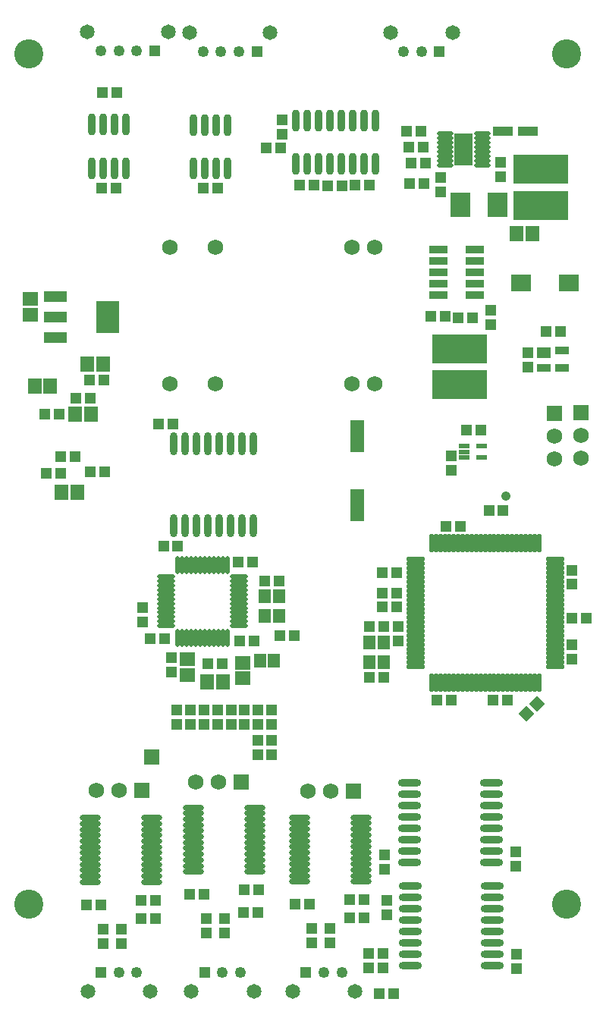
<source format=gts>
%FSDAX23Y23*%
%MOIN*%
%SFA1B1*%

%IPPOS*%
%AMD109*
4,1,4,0.000000,-0.034800,0.034800,0.000000,0.000000,0.034800,-0.034800,0.000000,0.000000,-0.034800,0.0*
%
%ADD91R,0.047240X0.049210*%
%ADD92O,0.100390X0.033470*%
%ADD93R,0.049210X0.049210*%
%ADD94R,0.049210X0.049210*%
%ADD95O,0.092520X0.027560*%
%ADD96R,0.059060X0.068900*%
%ADD97R,0.068900X0.059060*%
%ADD98R,0.049210X0.047240*%
%ADD99O,0.078740X0.021650*%
%ADD100O,0.021650X0.078740*%
%ADD101O,0.033470X0.096460*%
%ADD102R,0.084650X0.139760*%
%ADD103O,0.072840X0.021650*%
%ADD104R,0.088580X0.108270*%
%ADD105R,0.242130X0.125980*%
%ADD106R,0.062990X0.035430*%
%ADD107R,0.062990X0.051180*%
%ADD108R,0.045280X0.023620*%
G04~CAMADD=109~10~0.0~492.1~0.0~0.0~0.0~0.0~0~0.0~0.0~0.0~0.0~0~0.0~0.0~0.0~0.0~0~0.0~0.0~0.0~225.0~492.1~0.0*
%ADD109D109*%
%ADD110R,0.055120X0.064960*%
%ADD111R,0.084650X0.037400*%
%ADD112R,0.088580X0.041340*%
%ADD113R,0.053150X0.064960*%
%ADD114R,0.088580X0.072840*%
%ADD115R,0.104330X0.047240*%
%ADD116R,0.104330X0.139760*%
%ADD117O,0.080710X0.021650*%
%ADD118O,0.021650X0.080710*%
%ADD119R,0.061020X0.143700*%
%ADD120O,0.033470X0.100390*%
%ADD121C,0.064960*%
%ADD122C,0.049210*%
%ADD123R,0.068900X0.068900*%
%ADD124C,0.068900*%
%ADD125C,0.127950*%
%ADD126R,0.068900X0.068900*%
%ADD127C,0.041340*%
%LNapb-1*%
%LPD*%
G54D91*
X01957Y01009D03*
Y01072D03*
X01949Y00576D03*
Y00639D03*
X01715Y00685D03*
Y00748D03*
X01635Y00685D03*
Y00748D03*
X01251Y00728D03*
Y00791D03*
X01171Y00728D03*
Y00791D03*
X00718Y00683D03*
Y00746D03*
X00798Y00683D03*
Y00746D03*
X01399Y01577D03*
Y01514D03*
X01458Y01577D03*
Y01514D03*
X01019Y01939D03*
Y01876D03*
X00893Y02096D03*
Y02159D03*
X01504Y04239D03*
Y04302D03*
X02586Y03278D03*
Y03215D03*
X02780Y01997D03*
Y01934D03*
X02016Y02013D03*
Y02076D03*
X02780Y02324D03*
Y02261D03*
X02536Y00572D03*
Y00635D03*
X02532Y01024D03*
Y01087D03*
X02465Y04054D03*
Y04117D03*
G54D92*
X02428Y00586D03*
Y00636D03*
Y00686D03*
Y00736D03*
Y00786D03*
Y00836D03*
Y00886D03*
Y00936D03*
X02068Y00586D03*
Y00636D03*
Y00686D03*
Y00736D03*
Y00786D03*
Y00836D03*
Y00886D03*
Y00936D03*
X02424Y01038D03*
Y01088D03*
Y01138D03*
Y01188D03*
Y01238D03*
Y01288D03*
Y01338D03*
Y01388D03*
X02064Y01038D03*
Y01088D03*
Y01138D03*
Y01188D03*
Y01238D03*
Y01288D03*
Y01338D03*
Y01388D03*
G54D93*
X01965Y00808D03*
Y00871D03*
X01884Y00639D03*
Y00576D03*
X01458Y01709D03*
Y01646D03*
X01399Y01709D03*
Y01646D03*
X01340Y01709D03*
Y01646D03*
X01281Y01709D03*
Y01646D03*
X01222Y01709D03*
Y01646D03*
X01163Y01709D03*
Y01646D03*
X01101Y01709D03*
Y01646D03*
X01041Y01709D03*
Y01646D03*
X02201Y04050D03*
Y03987D03*
X02421Y03402D03*
Y03465D03*
X02249Y02762D03*
Y02825D03*
G54D94*
X01866Y00876D03*
X01803D03*
Y00796D03*
X01866D03*
X01626Y00856D03*
X01563D03*
X01403Y00920D03*
X01340D03*
X01398Y00820D03*
X01335D03*
X01163Y00900D03*
X01100D03*
X00886Y00794D03*
X00949D03*
Y00874D03*
X00886D03*
X00709Y00854D03*
X00646D03*
X01243Y01914D03*
X01180D03*
X00717Y04422D03*
X00780D03*
X02063Y04182D03*
X02126D03*
X02051Y04253D03*
X02114D03*
X02067Y04021D03*
X02130D03*
X02221Y03438D03*
X02158D03*
X02343Y03434D03*
X02280D03*
X02843Y02111D03*
X02780D03*
X02008Y02312D03*
X01945D03*
X01933Y00461D03*
X01996D03*
X02197Y04603D03*
X01394D03*
X00945Y04607D03*
X01610Y00556D03*
X00710Y00555D03*
X01165Y00557D03*
G54D95*
X00933Y00954D03*
Y00979D03*
Y01005D03*
Y01030D03*
Y01056D03*
Y01082D03*
Y01107D03*
Y01133D03*
Y01158D03*
Y01184D03*
Y01210D03*
Y01235D03*
X00662Y00954D03*
Y00979D03*
Y01005D03*
Y01030D03*
Y01056D03*
Y01082D03*
Y01107D03*
Y01133D03*
Y01158D03*
Y01184D03*
Y01210D03*
Y01235D03*
X01387Y00999D03*
Y01024D03*
Y01050D03*
Y01076D03*
Y01101D03*
Y01127D03*
Y01152D03*
Y01178D03*
Y01204D03*
Y01229D03*
Y01255D03*
Y01280D03*
X01116Y00999D03*
Y01024D03*
Y01050D03*
Y01076D03*
Y01101D03*
Y01127D03*
Y01152D03*
Y01178D03*
Y01204D03*
Y01229D03*
Y01255D03*
Y01280D03*
X01853Y00955D03*
Y00980D03*
Y01006D03*
Y01031D03*
Y01057D03*
Y01083D03*
Y01108D03*
Y01134D03*
Y01159D03*
Y01185D03*
Y01211D03*
Y01236D03*
X01581Y00955D03*
Y00980D03*
Y01006D03*
Y01031D03*
Y01057D03*
Y01083D03*
Y01108D03*
Y01134D03*
Y01159D03*
Y01185D03*
Y01211D03*
Y01236D03*
G54D96*
X01175Y01832D03*
X01244D03*
X00536Y02666D03*
X00605D03*
X00487Y03131D03*
X00418D03*
X00596Y03009D03*
X00665D03*
X02537Y03804D03*
X02606D03*
X00650Y03229D03*
X00719D03*
G54D97*
X01090Y01933D03*
Y01864D03*
X00398Y03515D03*
Y03446D03*
X01332Y01917D03*
Y01848D03*
G54D98*
X00988Y02024D03*
X00925D03*
X01313Y02359D03*
X01376D03*
X00984Y02430D03*
X01047D03*
X00532Y02749D03*
X00469D03*
X00725Y02757D03*
X00662D03*
X00532Y02824D03*
X00595D03*
X00461Y03009D03*
X00524D03*
X00662Y03080D03*
X00599D03*
X00721Y03158D03*
X00658D03*
X00711Y04002D03*
X00774D03*
X01159Y04001D03*
X01222D03*
X01889Y04016D03*
X01826D03*
X01768Y04013D03*
X01705D03*
X01646Y04015D03*
X01583D03*
X01437Y04180D03*
X01500D03*
X02071Y04113D03*
X02134D03*
X02666Y03371D03*
X02729D03*
X02378Y02938D03*
X02315D03*
X02225Y02517D03*
X02288D03*
X02496Y01753D03*
X02433D03*
X02185D03*
X02248D03*
X01889Y01851D03*
X01952D03*
Y02076D03*
X01889D03*
X02008Y02162D03*
X01945D03*
X02008Y02221D03*
X01945D03*
X02477Y02587D03*
X02414D03*
X01429Y02275D03*
X01492D03*
X01319Y02013D03*
X01382D03*
X01496Y02036D03*
X01559D03*
X01024Y02965D03*
X00961D03*
G54D99*
X01316Y02079D03*
Y02098D03*
Y02118D03*
Y02138D03*
Y02157D03*
Y02177D03*
Y02197D03*
Y02216D03*
Y02236D03*
Y02256D03*
Y02275D03*
Y02295D03*
X00995D03*
Y02275D03*
Y02256D03*
Y02236D03*
Y02216D03*
Y02197D03*
Y02177D03*
Y02157D03*
Y02138D03*
Y02118D03*
Y02098D03*
Y02079D03*
G54D100*
X01264Y02347D03*
X01244D03*
X01225D03*
X01205D03*
X01185D03*
X01166D03*
X01146D03*
X01126D03*
X01107D03*
X01087D03*
X01067D03*
X01047D03*
Y02026D03*
X01067D03*
X01087D03*
X01107D03*
X01126D03*
X01146D03*
X01166D03*
X01185D03*
X01205D03*
X01225D03*
X01244D03*
X01264D03*
G54D101*
X00818Y04281D03*
X00768D03*
X00718D03*
X00668D03*
X00818Y04090D03*
X00768D03*
X00718D03*
X00668D03*
X01266Y04280D03*
X01216D03*
X01166D03*
X01116D03*
X01266Y04089D03*
X01216D03*
X01166D03*
X01116D03*
X01915Y04298D03*
X01865D03*
X01815D03*
X01765D03*
X01715D03*
X01665D03*
X01615D03*
X01565D03*
X01915Y04109D03*
X01865D03*
X01815D03*
X01765D03*
X01715D03*
X01665D03*
X01615D03*
X01565D03*
G54D102*
X02303Y04172D03*
G54D103*
X02223Y04241D03*
Y04221D03*
Y04202D03*
Y04182D03*
Y04162D03*
Y04143D03*
Y04123D03*
Y04103D03*
X02384Y04241D03*
Y04221D03*
Y04202D03*
Y04182D03*
Y04162D03*
Y04143D03*
Y04123D03*
Y04103D03*
G54D104*
X02290Y03928D03*
X02451D03*
G54D105*
X02284Y03138D03*
Y03297D03*
X02642Y04086D03*
Y03927D03*
G54D106*
X02734Y03288D03*
Y03212D03*
X02654D03*
G54D107*
X02654Y03280D03*
G54D108*
X02306Y02870D03*
Y02844D03*
Y02819D03*
X02381D03*
Y02870D03*
G54D109*
X02580Y01691D03*
X02625Y01736D03*
G54D110*
X01889Y02005D03*
Y01918D03*
X01952D03*
Y02005D03*
X01492Y02123D03*
Y02210D03*
X01429D03*
Y02123D03*
G54D111*
X02193Y03734D03*
Y03684D03*
Y03634D03*
Y03584D03*
Y03534D03*
X02353Y03734D03*
Y03684D03*
Y03634D03*
Y03584D03*
Y03534D03*
G54D112*
X02477Y04251D03*
X02587D03*
G54D113*
X01409Y01926D03*
X01468D03*
G54D114*
X02767Y03585D03*
X02554D03*
G54D115*
X00510Y03526D03*
Y03436D03*
Y03345D03*
G54D116*
X00738Y03436D03*
G54D117*
X02091Y02371D03*
Y02351D03*
Y02332D03*
Y02312D03*
Y02292D03*
Y02273D03*
Y02253D03*
Y02233D03*
Y02213D03*
Y02194D03*
Y02174D03*
Y02154D03*
Y02135D03*
Y02115D03*
Y02095D03*
Y02076D03*
Y02056D03*
Y02036D03*
Y02017D03*
Y01997D03*
Y01977D03*
Y01958D03*
Y01938D03*
Y01918D03*
Y01899D03*
X02705D03*
Y01918D03*
Y01938D03*
Y01958D03*
Y01977D03*
Y01997D03*
Y02017D03*
Y02036D03*
Y02056D03*
Y02076D03*
Y02095D03*
Y02115D03*
Y02135D03*
Y02154D03*
Y02174D03*
Y02194D03*
Y02213D03*
Y02233D03*
Y02253D03*
Y02273D03*
Y02292D03*
Y02312D03*
Y02332D03*
Y02351D03*
Y02371D03*
G54D118*
X02162Y01828D03*
X02181D03*
X02201D03*
X02221D03*
X02240D03*
X02260D03*
X02280D03*
X02299D03*
X02319D03*
X02339D03*
X02359D03*
X02378D03*
X02398D03*
X02418D03*
X02437D03*
X02457D03*
X02477D03*
X02496D03*
X02516D03*
X02536D03*
X02555D03*
X02575D03*
X02595D03*
X02614D03*
X02634D03*
Y02442D03*
X02614D03*
X02595D03*
X02575D03*
X02555D03*
X02536D03*
X02516D03*
X02496D03*
X02477D03*
X02457D03*
X02437D03*
X02418D03*
X02398D03*
X02378D03*
X02359D03*
X02339D03*
X02319D03*
X02299D03*
X02280D03*
X02260D03*
X02240D03*
X02221D03*
X02201D03*
X02181D03*
X02162D03*
G54D119*
X01835Y02913D03*
Y02610D03*
G54D120*
X01030Y02518D03*
X01080D03*
X01130D03*
X01180D03*
X01230D03*
X01280D03*
X01330D03*
X01380D03*
X01030Y02878D03*
X01080D03*
X01130D03*
X01180D03*
X01230D03*
X01280D03*
X01330D03*
X01380D03*
G54D121*
X01981Y04686D03*
X02256D03*
X01099D03*
X01453D03*
X01004Y04690D03*
X00650D03*
X01827Y00473D03*
X01551D03*
X00926Y00472D03*
X00651D03*
X01381Y00474D03*
X01106D03*
G54D122*
X02040Y04603D03*
X02118D03*
X01158D03*
X01236D03*
X01315D03*
X00866Y04607D03*
X00788D03*
X00709D03*
X01768Y00556D03*
X01689D03*
X00867Y00555D03*
X00789D03*
X01322Y00557D03*
X01243D03*
G54D123*
X01327Y01394D03*
X00933Y01501D03*
X00890Y01355D03*
X01819Y01351D03*
G54D124*
X01227Y01394D03*
X01127D03*
X01912Y03141D03*
X01012D03*
X01212D03*
X01812D03*
X01012Y03741D03*
X01212D03*
X01812D03*
X01912D03*
X00790Y01355D03*
X00690D03*
X01719Y01351D03*
X01619D03*
X02701Y02813D03*
Y02913D03*
X02819Y02817D03*
Y02917D03*
G54D125*
X02755Y04594D03*
X00393D03*
Y00857D03*
X02755D03*
G54D126*
X02701Y03013D03*
X02819Y03017D03*
G54D127*
X02489Y02648D03*
M02*
</source>
